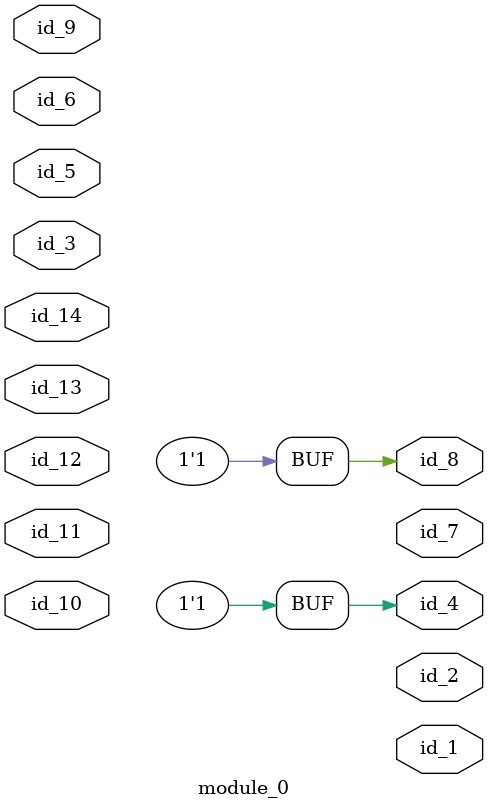
<source format=v>
`timescale 1ps / 1ps
module module_0 (
    id_1,
    id_2,
    id_3,
    id_4,
    id_5,
    id_6,
    id_7,
    id_8,
    id_9,
    id_10,
    id_11,
    id_12,
    id_13,
    id_14
);
  input id_14;
  input id_13;
  input id_12;
  inout id_11;
  input id_10;
  inout id_9;
  output id_8;
  output id_7;
  input id_6;
  input id_5;
  output id_4;
  input id_3;
  output id_2;
  output id_1;
  assign id_4 = 1;
  assign id_8 = 1;
endmodule

</source>
